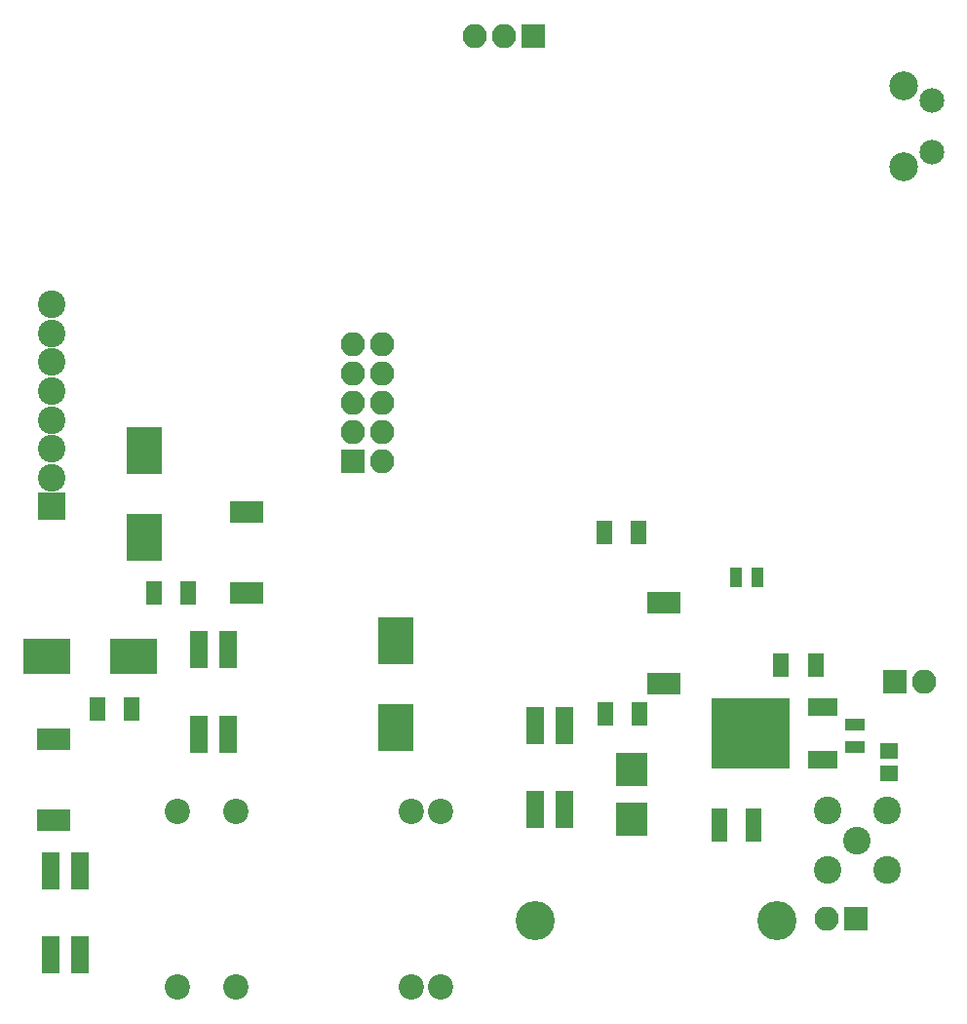
<source format=gbr>
G04 #@! TF.GenerationSoftware,KiCad,Pcbnew,(5.1.2)-1*
G04 #@! TF.CreationDate,2019-12-09T15:18:37+03:00*
G04 #@! TF.ProjectId,controller_board,636f6e74-726f-46c6-9c65-725f626f6172,rev?*
G04 #@! TF.SameCoordinates,Original*
G04 #@! TF.FileFunction,Soldermask,Top*
G04 #@! TF.FilePolarity,Negative*
%FSLAX46Y46*%
G04 Gerber Fmt 4.6, Leading zero omitted, Abs format (unit mm)*
G04 Created by KiCad (PCBNEW (5.1.2)-1) date 2019-12-09 15:18:37*
%MOMM*%
%LPD*%
G04 APERTURE LIST*
%ADD10C,3.400000*%
%ADD11C,2.400000*%
%ADD12C,2.200000*%
%ADD13O,2.100000X2.100000*%
%ADD14R,2.100000X2.100000*%
%ADD15R,1.400000X2.900000*%
%ADD16R,1.650000X1.400000*%
%ADD17R,2.700000X2.900000*%
%ADD18R,1.700000X1.100000*%
%ADD19R,2.600000X1.600000*%
%ADD20R,6.800000X6.200000*%
%ADD21R,1.400000X2.000000*%
%ADD22R,3.100000X4.150000*%
%ADD23R,4.150000X3.100000*%
%ADD24R,1.600000X3.250000*%
%ADD25R,2.400000X2.400000*%
%ADD26R,2.900000X1.900000*%
%ADD27C,2.500000*%
%ADD28C,2.150000*%
%ADD29R,1.100000X1.700000*%
G04 APERTURE END LIST*
D10*
X183000000Y-127000000D03*
X162000000Y-127000000D03*
D11*
X190000000Y-120000000D03*
X187400000Y-122600000D03*
X187400000Y-117400000D03*
X192600000Y-117400000D03*
X192600000Y-122600000D03*
D12*
X130970000Y-132720000D03*
X136050000Y-132720000D03*
X130970000Y-117480000D03*
X136050000Y-117480000D03*
X151290000Y-132720000D03*
X153830000Y-132720000D03*
X151290000Y-117480000D03*
X153830000Y-117480000D03*
D13*
X148770000Y-76920000D03*
X148770000Y-87080000D03*
X146230000Y-84540000D03*
X148770000Y-84540000D03*
X146230000Y-82000000D03*
X148770000Y-82000000D03*
X146230000Y-79460000D03*
X148770000Y-79460000D03*
X146230000Y-76920000D03*
D14*
X146230000Y-87080000D03*
D15*
X178000000Y-118700000D03*
X181000000Y-118700000D03*
D14*
X161900000Y-50200000D03*
D13*
X159360000Y-50200000D03*
X156820000Y-50200000D03*
D16*
X192800000Y-112200000D03*
X192800000Y-114200000D03*
D17*
X170450000Y-113850000D03*
X170450000Y-118150000D03*
D18*
X189800000Y-111850000D03*
X189800000Y-109950000D03*
D19*
X187000000Y-112980000D03*
X187000000Y-108420000D03*
D20*
X180700000Y-110700000D03*
D21*
X183400000Y-104800000D03*
X186400000Y-104800000D03*
X171100000Y-109000000D03*
X168100000Y-109000000D03*
X171000000Y-93300000D03*
X168000000Y-93300000D03*
D22*
X149900000Y-110175000D03*
X149900000Y-102625000D03*
D21*
X124000000Y-108600000D03*
X127000000Y-108600000D03*
X128900000Y-98500000D03*
X131900000Y-98500000D03*
D23*
X119625000Y-104000000D03*
X127175000Y-104000000D03*
D22*
X128100000Y-93675000D03*
X128100000Y-86125000D03*
D24*
X164550000Y-110050000D03*
X164550000Y-117350000D03*
X162050000Y-110050000D03*
X162050000Y-117350000D03*
X119950000Y-129950000D03*
X119950000Y-122650000D03*
X122450000Y-129950000D03*
X122450000Y-122650000D03*
X132850000Y-110750000D03*
X132850000Y-103450000D03*
X135350000Y-110750000D03*
X135350000Y-103450000D03*
D14*
X189900000Y-126800000D03*
D13*
X187360000Y-126800000D03*
D14*
X193300000Y-106200000D03*
D13*
X195840000Y-106200000D03*
D25*
X120000000Y-91000000D03*
D11*
X120000000Y-88490000D03*
X120000000Y-85990000D03*
X120000000Y-83490000D03*
X120000000Y-80990000D03*
X120000000Y-78490000D03*
X120000000Y-75990000D03*
X120000000Y-73490000D03*
D26*
X173200000Y-106400000D03*
X173200000Y-99400000D03*
X120200000Y-118200000D03*
X120200000Y-111200000D03*
X137000000Y-91500000D03*
X137000000Y-98500000D03*
D27*
X194010000Y-61510000D03*
D28*
X196500000Y-60250000D03*
X196500000Y-55750000D03*
D27*
X194010000Y-54500000D03*
D29*
X181350000Y-97200000D03*
X179450000Y-97200000D03*
M02*

</source>
